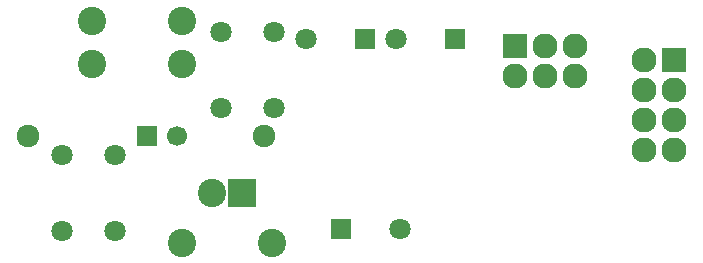
<source format=gbr>
G04 #@! TF.FileFunction,Soldermask,Bot*
%FSLAX46Y46*%
G04 Gerber Fmt 4.6, Leading zero omitted, Abs format (unit mm)*
G04 Created by KiCad (PCBNEW 4.0.2-4+6225~38~ubuntu14.04.1-stable) date Sat 05 Mar 2016 20:24:40 CET*
%MOMM*%
G01*
G04 APERTURE LIST*
%ADD10C,0.100000*%
%ADD11C,1.924000*%
%ADD12R,2.127200X2.127200*%
%ADD13O,2.127200X2.127200*%
%ADD14C,1.797000*%
%ADD15R,1.700000X1.700000*%
%ADD16C,1.700000*%
%ADD17R,2.400000X2.400000*%
%ADD18C,2.400000*%
%ADD19C,2.398980*%
%ADD20R,1.800000X1.800000*%
%ADD21C,1.800000*%
G04 APERTURE END LIST*
D10*
D11*
X149501000Y-107188000D03*
X129501000Y-107188000D03*
D12*
X170688000Y-99568000D03*
D13*
X170688000Y-102108000D03*
X173228000Y-99568000D03*
X173228000Y-102108000D03*
X175768000Y-99568000D03*
X175768000Y-102108000D03*
D14*
X150322000Y-104810000D03*
X145842000Y-104810000D03*
X150322000Y-98390000D03*
X145842000Y-98390000D03*
X136860000Y-115224000D03*
X132380000Y-115224000D03*
X136860000Y-108804000D03*
X132380000Y-108804000D03*
D15*
X139573000Y-107188000D03*
D16*
X142073000Y-107188000D03*
D17*
X147574000Y-112014000D03*
D18*
X145034000Y-112014000D03*
D19*
X134874000Y-101092000D03*
X142494000Y-101092000D03*
X134874000Y-97409000D03*
X142494000Y-97409000D03*
X150114000Y-116205000D03*
X142494000Y-116205000D03*
D20*
X155956000Y-115062000D03*
D21*
X160956000Y-115062000D03*
D20*
X157988000Y-98933000D03*
D21*
X152988000Y-98933000D03*
D20*
X165608000Y-98933000D03*
D21*
X160608000Y-98933000D03*
D12*
X184150000Y-100711000D03*
D13*
X181610000Y-100711000D03*
X184150000Y-103251000D03*
X181610000Y-103251000D03*
X184150000Y-105791000D03*
X181610000Y-105791000D03*
X184150000Y-108331000D03*
X181610000Y-108331000D03*
M02*

</source>
